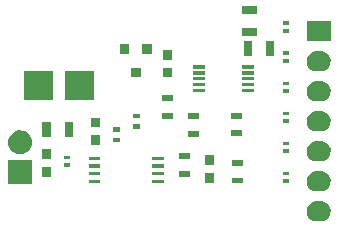
<source format=gbr>
G04 #@! TF.FileFunction,Soldermask,Top*
%FSLAX46Y46*%
G04 Gerber Fmt 4.6, Leading zero omitted, Abs format (unit mm)*
G04 Created by KiCad (PCBNEW 4.0.1+dfsg1-stable) date Thu 10 Mar 2016 03:19:20 PM PST*
%MOMM*%
G01*
G04 APERTURE LIST*
%ADD10C,0.020000*%
G04 APERTURE END LIST*
D10*
G36*
X157750993Y-106679084D02*
X157918681Y-106697894D01*
X158079523Y-106748916D01*
X158227391Y-106830207D01*
X158356654Y-106938671D01*
X158462387Y-107070177D01*
X158540564Y-107219715D01*
X158584723Y-107369751D01*
X158588207Y-107381591D01*
X158603500Y-107549637D01*
X158585863Y-107717449D01*
X158585862Y-107717452D01*
X158535964Y-107878646D01*
X158455707Y-108027078D01*
X158348148Y-108157095D01*
X158217383Y-108263744D01*
X158068394Y-108342963D01*
X157906856Y-108391734D01*
X157738921Y-108408200D01*
X157424279Y-108408200D01*
X157412207Y-108408116D01*
X157244519Y-108389306D01*
X157083677Y-108338284D01*
X156935809Y-108256993D01*
X156806546Y-108148529D01*
X156700813Y-108017023D01*
X156622636Y-107867485D01*
X156574993Y-107705610D01*
X156559700Y-107537564D01*
X156576093Y-107381590D01*
X156577337Y-107369751D01*
X156580660Y-107359017D01*
X156627236Y-107208554D01*
X156707493Y-107060122D01*
X156815052Y-106930105D01*
X156945817Y-106823456D01*
X157094806Y-106744237D01*
X157256344Y-106695466D01*
X157424279Y-106679000D01*
X157738921Y-106679000D01*
X157750993Y-106679084D01*
X157750993Y-106679084D01*
G37*
G36*
X157750993Y-104139084D02*
X157918681Y-104157894D01*
X158079523Y-104208916D01*
X158227391Y-104290207D01*
X158356654Y-104398671D01*
X158437642Y-104499400D01*
X158462388Y-104530178D01*
X158502863Y-104607600D01*
X158540564Y-104679715D01*
X158584723Y-104829751D01*
X158588207Y-104841591D01*
X158603500Y-105009637D01*
X158585863Y-105177449D01*
X158585862Y-105177452D01*
X158535964Y-105338646D01*
X158455707Y-105487078D01*
X158348148Y-105617095D01*
X158217383Y-105723744D01*
X158068394Y-105802963D01*
X157906856Y-105851734D01*
X157738921Y-105868200D01*
X157424279Y-105868200D01*
X157412207Y-105868116D01*
X157244519Y-105849306D01*
X157083677Y-105798284D01*
X156935809Y-105716993D01*
X156806546Y-105608529D01*
X156700813Y-105477023D01*
X156622636Y-105327485D01*
X156574993Y-105165610D01*
X156559700Y-104997564D01*
X156573906Y-104862400D01*
X156577337Y-104829751D01*
X156580660Y-104819017D01*
X156627236Y-104668554D01*
X156707493Y-104520122D01*
X156815052Y-104390105D01*
X156945817Y-104283456D01*
X157094806Y-104204237D01*
X157256344Y-104155466D01*
X157424279Y-104139000D01*
X157738921Y-104139000D01*
X157750993Y-104139084D01*
X157750993Y-104139084D01*
G37*
G36*
X133338300Y-105258600D02*
X131304300Y-105258600D01*
X131304300Y-103224600D01*
X133338300Y-103224600D01*
X133338300Y-105258600D01*
X133338300Y-105258600D01*
G37*
G36*
X151187300Y-105191800D02*
X150285300Y-105191800D01*
X150285300Y-104689800D01*
X151187300Y-104689800D01*
X151187300Y-105191800D01*
X151187300Y-105191800D01*
G37*
G36*
X139101200Y-105164400D02*
X138099200Y-105164400D01*
X138099200Y-104862400D01*
X139101200Y-104862400D01*
X139101200Y-105164400D01*
X139101200Y-105164400D01*
G37*
G36*
X144501200Y-105164400D02*
X143499200Y-105164400D01*
X143499200Y-104862400D01*
X144501200Y-104862400D01*
X144501200Y-105164400D01*
X144501200Y-105164400D01*
G37*
G36*
X155114400Y-105149400D02*
X154562400Y-105149400D01*
X154562400Y-104847400D01*
X155114400Y-104847400D01*
X155114400Y-105149400D01*
X155114400Y-105149400D01*
G37*
G36*
X148686600Y-105113200D02*
X147934600Y-105113200D01*
X147934600Y-104311200D01*
X148686600Y-104311200D01*
X148686600Y-105113200D01*
X148686600Y-105113200D01*
G37*
G36*
X146704200Y-104607600D02*
X145802200Y-104607600D01*
X145802200Y-104105600D01*
X146704200Y-104105600D01*
X146704200Y-104607600D01*
X146704200Y-104607600D01*
G37*
G36*
X134894400Y-104605200D02*
X134142400Y-104605200D01*
X134142400Y-103803200D01*
X134894400Y-103803200D01*
X134894400Y-104605200D01*
X134894400Y-104605200D01*
G37*
G36*
X139101200Y-104514400D02*
X138099200Y-104514400D01*
X138099200Y-104212400D01*
X139101200Y-104212400D01*
X139101200Y-104514400D01*
X139101200Y-104514400D01*
G37*
G36*
X144501200Y-104514400D02*
X143499200Y-104514400D01*
X143499200Y-104212400D01*
X144501200Y-104212400D01*
X144501200Y-104514400D01*
X144501200Y-104514400D01*
G37*
G36*
X155114400Y-104499400D02*
X154562400Y-104499400D01*
X154562400Y-104197400D01*
X155114400Y-104197400D01*
X155114400Y-104499400D01*
X155114400Y-104499400D01*
G37*
G36*
X144501200Y-103864400D02*
X143499200Y-103864400D01*
X143499200Y-103562400D01*
X144501200Y-103562400D01*
X144501200Y-103864400D01*
X144501200Y-103864400D01*
G37*
G36*
X139101200Y-103864400D02*
X138099200Y-103864400D01*
X138099200Y-103562400D01*
X139101200Y-103562400D01*
X139101200Y-103864400D01*
X139101200Y-103864400D01*
G37*
G36*
X136547000Y-103777800D02*
X135995000Y-103777800D01*
X135995000Y-103475800D01*
X136547000Y-103475800D01*
X136547000Y-103777800D01*
X136547000Y-103777800D01*
G37*
G36*
X151187300Y-103691800D02*
X150285300Y-103691800D01*
X150285300Y-103189800D01*
X151187300Y-103189800D01*
X151187300Y-103691800D01*
X151187300Y-103691800D01*
G37*
G36*
X148686600Y-103613200D02*
X147934600Y-103613200D01*
X147934600Y-102811200D01*
X148686600Y-102811200D01*
X148686600Y-103613200D01*
X148686600Y-103613200D01*
G37*
G36*
X157750993Y-101599084D02*
X157918681Y-101617894D01*
X158079523Y-101668916D01*
X158227391Y-101750207D01*
X158356654Y-101858671D01*
X158462387Y-101990177D01*
X158540564Y-102139715D01*
X158588207Y-102301590D01*
X158588736Y-102307400D01*
X158603500Y-102469637D01*
X158585863Y-102637449D01*
X158584497Y-102641863D01*
X158535964Y-102798646D01*
X158455707Y-102947078D01*
X158348148Y-103077095D01*
X158217383Y-103183744D01*
X158068394Y-103262963D01*
X157906856Y-103311734D01*
X157738921Y-103328200D01*
X157424279Y-103328200D01*
X157412207Y-103328116D01*
X157244519Y-103309306D01*
X157083677Y-103258284D01*
X156935809Y-103176993D01*
X156806546Y-103068529D01*
X156700813Y-102937023D01*
X156622636Y-102787485D01*
X156574993Y-102625610D01*
X156559700Y-102457564D01*
X156564367Y-102413157D01*
X156577337Y-102289751D01*
X156580660Y-102279017D01*
X156627236Y-102128554D01*
X156707493Y-101980122D01*
X156815052Y-101850105D01*
X156945817Y-101743456D01*
X157094806Y-101664237D01*
X157256344Y-101615466D01*
X157424279Y-101599000D01*
X157738921Y-101599000D01*
X157750993Y-101599084D01*
X157750993Y-101599084D01*
G37*
G36*
X144501200Y-103214400D02*
X143499200Y-103214400D01*
X143499200Y-102912400D01*
X144501200Y-102912400D01*
X144501200Y-103214400D01*
X144501200Y-103214400D01*
G37*
G36*
X139101200Y-103214400D02*
X138099200Y-103214400D01*
X138099200Y-102912400D01*
X139101200Y-102912400D01*
X139101200Y-103214400D01*
X139101200Y-103214400D01*
G37*
G36*
X136547000Y-103127800D02*
X135995000Y-103127800D01*
X135995000Y-102825800D01*
X136547000Y-102825800D01*
X136547000Y-103127800D01*
X136547000Y-103127800D01*
G37*
G36*
X146704200Y-103107600D02*
X145802200Y-103107600D01*
X145802200Y-102605600D01*
X146704200Y-102605600D01*
X146704200Y-103107600D01*
X146704200Y-103107600D01*
G37*
G36*
X134894400Y-103105200D02*
X134142400Y-103105200D01*
X134142400Y-102303200D01*
X134894400Y-102303200D01*
X134894400Y-103105200D01*
X134894400Y-103105200D01*
G37*
G36*
X132340421Y-100684699D02*
X132537667Y-100706824D01*
X132726860Y-100766839D01*
X132900792Y-100862460D01*
X133052840Y-100990042D01*
X133177210Y-101144728D01*
X133269167Y-101320625D01*
X133325207Y-101511033D01*
X133339150Y-101664241D01*
X133343196Y-101708701D01*
X133322450Y-101906093D01*
X133322449Y-101906096D01*
X133263756Y-102095703D01*
X133169352Y-102270299D01*
X133042834Y-102423233D01*
X132889020Y-102548681D01*
X132713770Y-102641863D01*
X132523757Y-102699231D01*
X132326221Y-102718600D01*
X132316379Y-102718600D01*
X132302179Y-102718501D01*
X132104933Y-102696376D01*
X131915740Y-102636361D01*
X131741808Y-102540740D01*
X131589760Y-102413158D01*
X131465390Y-102258472D01*
X131373433Y-102082575D01*
X131317393Y-101892167D01*
X131299404Y-101694500D01*
X131299404Y-101694497D01*
X131320150Y-101497107D01*
X131324059Y-101484480D01*
X131378844Y-101307497D01*
X131473248Y-101132901D01*
X131599766Y-100979967D01*
X131753580Y-100854519D01*
X131928830Y-100761337D01*
X132118843Y-100703969D01*
X132316379Y-100684600D01*
X132326221Y-100684600D01*
X132340421Y-100684699D01*
X132340421Y-100684699D01*
G37*
G36*
X155114400Y-102609400D02*
X154562400Y-102609400D01*
X154562400Y-102307400D01*
X155114400Y-102307400D01*
X155114400Y-102609400D01*
X155114400Y-102609400D01*
G37*
G36*
X155114400Y-101959400D02*
X154562400Y-101959400D01*
X154562400Y-101657400D01*
X155114400Y-101657400D01*
X155114400Y-101959400D01*
X155114400Y-101959400D01*
G37*
G36*
X139060000Y-101912800D02*
X138308000Y-101912800D01*
X138308000Y-101110800D01*
X139060000Y-101110800D01*
X139060000Y-101912800D01*
X139060000Y-101912800D01*
G37*
G36*
X140788400Y-101717600D02*
X140186400Y-101717600D01*
X140186400Y-101315600D01*
X140788400Y-101315600D01*
X140788400Y-101717600D01*
X140788400Y-101717600D01*
G37*
G36*
X136784600Y-101285800D02*
X136082600Y-101285800D01*
X136082600Y-99983800D01*
X136784600Y-99983800D01*
X136784600Y-101285800D01*
X136784600Y-101285800D01*
G37*
G36*
X134884600Y-101285800D02*
X134182600Y-101285800D01*
X134182600Y-99983800D01*
X134884600Y-99983800D01*
X134884600Y-101285800D01*
X134884600Y-101285800D01*
G37*
G36*
X147466200Y-101229400D02*
X146564200Y-101229400D01*
X146564200Y-100727400D01*
X147466200Y-100727400D01*
X147466200Y-101229400D01*
X147466200Y-101229400D01*
G37*
G36*
X151073000Y-101204000D02*
X150171000Y-101204000D01*
X150171000Y-100702000D01*
X151073000Y-100702000D01*
X151073000Y-101204000D01*
X151073000Y-101204000D01*
G37*
G36*
X140788400Y-100817600D02*
X140186400Y-100817600D01*
X140186400Y-100415600D01*
X140788400Y-100415600D01*
X140788400Y-100817600D01*
X140788400Y-100817600D01*
G37*
G36*
X157750993Y-99059084D02*
X157918681Y-99077894D01*
X158079523Y-99128916D01*
X158227391Y-99210207D01*
X158356654Y-99318671D01*
X158462387Y-99450177D01*
X158540564Y-99599715D01*
X158584723Y-99749751D01*
X158588207Y-99761591D01*
X158603500Y-99929637D01*
X158585863Y-100097449D01*
X158585862Y-100097452D01*
X158535964Y-100258646D01*
X158455707Y-100407078D01*
X158348148Y-100537095D01*
X158217383Y-100643744D01*
X158068394Y-100722963D01*
X157906856Y-100771734D01*
X157738921Y-100788200D01*
X157424279Y-100788200D01*
X157412207Y-100788116D01*
X157244519Y-100769306D01*
X157083677Y-100718284D01*
X156935809Y-100636993D01*
X156806546Y-100528529D01*
X156700813Y-100397023D01*
X156622636Y-100247485D01*
X156574993Y-100085610D01*
X156559700Y-99917564D01*
X156559700Y-99917561D01*
X156577337Y-99749751D01*
X156583637Y-99729400D01*
X156627236Y-99588554D01*
X156707493Y-99440122D01*
X156815052Y-99310105D01*
X156945817Y-99203456D01*
X157094806Y-99124237D01*
X157256344Y-99075466D01*
X157424279Y-99059000D01*
X157738921Y-99059000D01*
X157750993Y-99059084D01*
X157750993Y-99059084D01*
G37*
G36*
X142477500Y-100587300D02*
X141875500Y-100587300D01*
X141875500Y-100185300D01*
X142477500Y-100185300D01*
X142477500Y-100587300D01*
X142477500Y-100587300D01*
G37*
G36*
X139060000Y-100412800D02*
X138308000Y-100412800D01*
X138308000Y-99610800D01*
X139060000Y-99610800D01*
X139060000Y-100412800D01*
X139060000Y-100412800D01*
G37*
G36*
X155114400Y-100069400D02*
X154562400Y-100069400D01*
X154562400Y-99767400D01*
X155114400Y-99767400D01*
X155114400Y-100069400D01*
X155114400Y-100069400D01*
G37*
G36*
X145231000Y-99730800D02*
X144329000Y-99730800D01*
X144329000Y-99228800D01*
X145231000Y-99228800D01*
X145231000Y-99730800D01*
X145231000Y-99730800D01*
G37*
G36*
X147466200Y-99729400D02*
X146564200Y-99729400D01*
X146564200Y-99227400D01*
X147466200Y-99227400D01*
X147466200Y-99729400D01*
X147466200Y-99729400D01*
G37*
G36*
X151073000Y-99704000D02*
X150171000Y-99704000D01*
X150171000Y-99202000D01*
X151073000Y-99202000D01*
X151073000Y-99704000D01*
X151073000Y-99704000D01*
G37*
G36*
X142477500Y-99687300D02*
X141875500Y-99687300D01*
X141875500Y-99285300D01*
X142477500Y-99285300D01*
X142477500Y-99687300D01*
X142477500Y-99687300D01*
G37*
G36*
X155114400Y-99419400D02*
X154562400Y-99419400D01*
X154562400Y-99117400D01*
X155114400Y-99117400D01*
X155114400Y-99419400D01*
X155114400Y-99419400D01*
G37*
G36*
X157750993Y-96519084D02*
X157918681Y-96537894D01*
X158079523Y-96588916D01*
X158227391Y-96670207D01*
X158356654Y-96778671D01*
X158462387Y-96910177D01*
X158540564Y-97059715D01*
X158584723Y-97209751D01*
X158588207Y-97221591D01*
X158603500Y-97389637D01*
X158585863Y-97557449D01*
X158585862Y-97557452D01*
X158535964Y-97718646D01*
X158455707Y-97867078D01*
X158348148Y-97997095D01*
X158217383Y-98103744D01*
X158068394Y-98182963D01*
X157906856Y-98231734D01*
X157738921Y-98248200D01*
X157424279Y-98248200D01*
X157412207Y-98248116D01*
X157244519Y-98229306D01*
X157083677Y-98178284D01*
X156935809Y-98096993D01*
X156806546Y-97988529D01*
X156700813Y-97857023D01*
X156622636Y-97707485D01*
X156574993Y-97545610D01*
X156559700Y-97377564D01*
X156559700Y-97377561D01*
X156577337Y-97209751D01*
X156591716Y-97163300D01*
X156627236Y-97048554D01*
X156707493Y-96900122D01*
X156815052Y-96770105D01*
X156945817Y-96663456D01*
X157094806Y-96584237D01*
X157256344Y-96535466D01*
X157424279Y-96519000D01*
X157738921Y-96519000D01*
X157750993Y-96519084D01*
X157750993Y-96519084D01*
G37*
G36*
X145231000Y-98230800D02*
X144329000Y-98230800D01*
X144329000Y-97728800D01*
X145231000Y-97728800D01*
X145231000Y-98230800D01*
X145231000Y-98230800D01*
G37*
G36*
X138598900Y-98139300D02*
X136096900Y-98139300D01*
X136096900Y-95637300D01*
X138598900Y-95637300D01*
X138598900Y-98139300D01*
X138598900Y-98139300D01*
G37*
G36*
X135098900Y-98139300D02*
X132596900Y-98139300D01*
X132596900Y-95637300D01*
X135098900Y-95637300D01*
X135098900Y-98139300D01*
X135098900Y-98139300D01*
G37*
G36*
X155114400Y-97529400D02*
X154562400Y-97529400D01*
X154562400Y-97227400D01*
X155114400Y-97227400D01*
X155114400Y-97529400D01*
X155114400Y-97529400D01*
G37*
G36*
X147992800Y-97470300D02*
X146974800Y-97470300D01*
X146974800Y-97163300D01*
X147992800Y-97163300D01*
X147992800Y-97470300D01*
X147992800Y-97470300D01*
G37*
G36*
X152084800Y-97470300D02*
X151066800Y-97470300D01*
X151066800Y-97163300D01*
X152084800Y-97163300D01*
X152084800Y-97470300D01*
X152084800Y-97470300D01*
G37*
G36*
X147992800Y-96970300D02*
X146974800Y-96970300D01*
X146974800Y-96663300D01*
X147992800Y-96663300D01*
X147992800Y-96970300D01*
X147992800Y-96970300D01*
G37*
G36*
X152084800Y-96970300D02*
X151066800Y-96970300D01*
X151066800Y-96663300D01*
X152084800Y-96663300D01*
X152084800Y-96970300D01*
X152084800Y-96970300D01*
G37*
G36*
X155114400Y-96879400D02*
X154562400Y-96879400D01*
X154562400Y-96577400D01*
X155114400Y-96577400D01*
X155114400Y-96879400D01*
X155114400Y-96879400D01*
G37*
G36*
X152084800Y-96470300D02*
X151066800Y-96470300D01*
X151066800Y-96163300D01*
X152084800Y-96163300D01*
X152084800Y-96470300D01*
X152084800Y-96470300D01*
G37*
G36*
X147992800Y-96470300D02*
X146974800Y-96470300D01*
X146974800Y-96163300D01*
X147992800Y-96163300D01*
X147992800Y-96470300D01*
X147992800Y-96470300D01*
G37*
G36*
X142514050Y-96217470D02*
X141711950Y-96217470D01*
X141711950Y-95415370D01*
X142514050Y-95415370D01*
X142514050Y-96217470D01*
X142514050Y-96217470D01*
G37*
G36*
X145130600Y-96197800D02*
X144378600Y-96197800D01*
X144378600Y-95395800D01*
X145130600Y-95395800D01*
X145130600Y-96197800D01*
X145130600Y-96197800D01*
G37*
G36*
X152084800Y-95970300D02*
X151066800Y-95970300D01*
X151066800Y-95663300D01*
X152084800Y-95663300D01*
X152084800Y-95970300D01*
X152084800Y-95970300D01*
G37*
G36*
X147992800Y-95970300D02*
X146974800Y-95970300D01*
X146974800Y-95663300D01*
X147992800Y-95663300D01*
X147992800Y-95970300D01*
X147992800Y-95970300D01*
G37*
G36*
X157750993Y-93979084D02*
X157918681Y-93997894D01*
X158079523Y-94048916D01*
X158227391Y-94130207D01*
X158356654Y-94238671D01*
X158462387Y-94370177D01*
X158540564Y-94519715D01*
X158584723Y-94669751D01*
X158588207Y-94681591D01*
X158603500Y-94849637D01*
X158585863Y-95017449D01*
X158585862Y-95017452D01*
X158535964Y-95178646D01*
X158455707Y-95327078D01*
X158348148Y-95457095D01*
X158217383Y-95563744D01*
X158068394Y-95642963D01*
X157906856Y-95691734D01*
X157738921Y-95708200D01*
X157424279Y-95708200D01*
X157412207Y-95708116D01*
X157244519Y-95689306D01*
X157083677Y-95638284D01*
X156935809Y-95556993D01*
X156806546Y-95448529D01*
X156700813Y-95317023D01*
X156622636Y-95167485D01*
X156574993Y-95005610D01*
X156559700Y-94837564D01*
X156559700Y-94837561D01*
X156577337Y-94669751D01*
X156580660Y-94659017D01*
X156627236Y-94508554D01*
X156707493Y-94360122D01*
X156815052Y-94230105D01*
X156945817Y-94123456D01*
X157094806Y-94044237D01*
X157256344Y-93995466D01*
X157424279Y-93979000D01*
X157738921Y-93979000D01*
X157750993Y-93979084D01*
X157750993Y-93979084D01*
G37*
G36*
X147992800Y-95470300D02*
X146974800Y-95470300D01*
X146974800Y-95163300D01*
X147992800Y-95163300D01*
X147992800Y-95470300D01*
X147992800Y-95470300D01*
G37*
G36*
X152084800Y-95470300D02*
X151066800Y-95470300D01*
X151066800Y-95163300D01*
X152084800Y-95163300D01*
X152084800Y-95470300D01*
X152084800Y-95470300D01*
G37*
G36*
X155114400Y-94964000D02*
X154562400Y-94964000D01*
X154562400Y-94662000D01*
X155114400Y-94662000D01*
X155114400Y-94964000D01*
X155114400Y-94964000D01*
G37*
G36*
X145130600Y-94697800D02*
X144378600Y-94697800D01*
X144378600Y-93895800D01*
X145130600Y-93895800D01*
X145130600Y-94697800D01*
X145130600Y-94697800D01*
G37*
G36*
X151928000Y-94402400D02*
X151226000Y-94402400D01*
X151226000Y-93100400D01*
X151928000Y-93100400D01*
X151928000Y-94402400D01*
X151928000Y-94402400D01*
G37*
G36*
X153828000Y-94402400D02*
X153126000Y-94402400D01*
X153126000Y-93100400D01*
X153828000Y-93100400D01*
X153828000Y-94402400D01*
X153828000Y-94402400D01*
G37*
G36*
X155114400Y-94314000D02*
X154562400Y-94314000D01*
X154562400Y-94012000D01*
X155114400Y-94012000D01*
X155114400Y-94314000D01*
X155114400Y-94314000D01*
G37*
G36*
X141564050Y-94218490D02*
X140761950Y-94218490D01*
X140761950Y-93416390D01*
X141564050Y-93416390D01*
X141564050Y-94218490D01*
X141564050Y-94218490D01*
G37*
G36*
X143464050Y-94218490D02*
X142661950Y-94218490D01*
X142661950Y-93416390D01*
X143464050Y-93416390D01*
X143464050Y-94218490D01*
X143464050Y-94218490D01*
G37*
G36*
X158598600Y-93168200D02*
X156564600Y-93168200D01*
X156564600Y-91439000D01*
X158598600Y-91439000D01*
X158598600Y-93168200D01*
X158598600Y-93168200D01*
G37*
G36*
X152390600Y-92741000D02*
X151088600Y-92741000D01*
X151088600Y-92039000D01*
X152390600Y-92039000D01*
X152390600Y-92741000D01*
X152390600Y-92741000D01*
G37*
G36*
X155114400Y-92424000D02*
X154562400Y-92424000D01*
X154562400Y-92122000D01*
X155114400Y-92122000D01*
X155114400Y-92424000D01*
X155114400Y-92424000D01*
G37*
G36*
X155114400Y-91774000D02*
X154562400Y-91774000D01*
X154562400Y-91472000D01*
X155114400Y-91472000D01*
X155114400Y-91774000D01*
X155114400Y-91774000D01*
G37*
G36*
X152390600Y-90841000D02*
X151088600Y-90841000D01*
X151088600Y-90139000D01*
X152390600Y-90139000D01*
X152390600Y-90841000D01*
X152390600Y-90841000D01*
G37*
M02*

</source>
